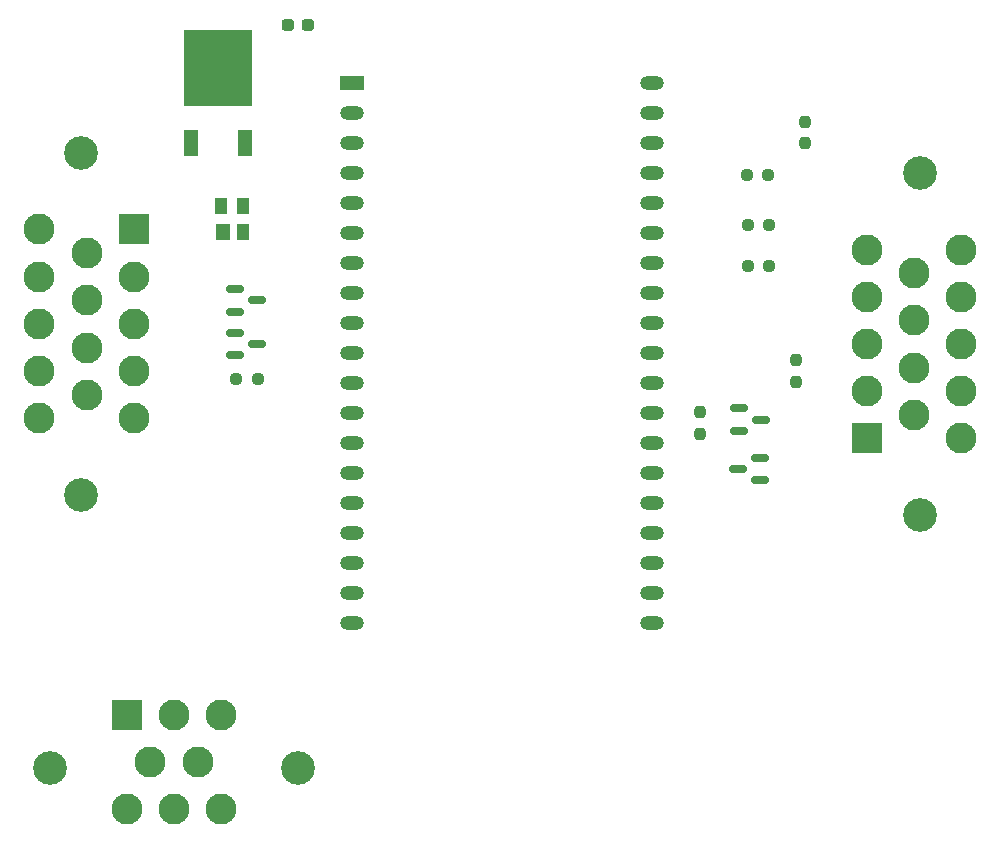
<source format=gbr>
%TF.GenerationSoftware,KiCad,Pcbnew,(6.0.1-0)*%
%TF.CreationDate,2023-02-28T13:35:45-05:00*%
%TF.ProjectId,Front Board,46726f6e-7420-4426-9f61-72642e6b6963,rev?*%
%TF.SameCoordinates,Original*%
%TF.FileFunction,Soldermask,Top*%
%TF.FilePolarity,Negative*%
%FSLAX46Y46*%
G04 Gerber Fmt 4.6, Leading zero omitted, Abs format (unit mm)*
G04 Created by KiCad (PCBNEW (6.0.1-0)) date 2023-02-28 13:35:45*
%MOMM*%
%LPD*%
G01*
G04 APERTURE LIST*
G04 Aperture macros list*
%AMRoundRect*
0 Rectangle with rounded corners*
0 $1 Rounding radius*
0 $2 $3 $4 $5 $6 $7 $8 $9 X,Y pos of 4 corners*
0 Add a 4 corners polygon primitive as box body*
4,1,4,$2,$3,$4,$5,$6,$7,$8,$9,$2,$3,0*
0 Add four circle primitives for the rounded corners*
1,1,$1+$1,$2,$3*
1,1,$1+$1,$4,$5*
1,1,$1+$1,$6,$7*
1,1,$1+$1,$8,$9*
0 Add four rect primitives between the rounded corners*
20,1,$1+$1,$2,$3,$4,$5,0*
20,1,$1+$1,$4,$5,$6,$7,0*
20,1,$1+$1,$6,$7,$8,$9,0*
20,1,$1+$1,$8,$9,$2,$3,0*%
G04 Aperture macros list end*
%ADD10R,1.200000X2.200000*%
%ADD11R,5.800000X6.400000*%
%ADD12R,2.000000X1.200000*%
%ADD13O,2.000000X1.200000*%
%ADD14RoundRect,0.150000X-0.587500X-0.150000X0.587500X-0.150000X0.587500X0.150000X-0.587500X0.150000X0*%
%ADD15RoundRect,0.237500X-0.250000X-0.237500X0.250000X-0.237500X0.250000X0.237500X-0.250000X0.237500X0*%
%ADD16RoundRect,0.237500X-0.237500X0.250000X-0.237500X-0.250000X0.237500X-0.250000X0.237500X0.250000X0*%
%ADD17RoundRect,0.237500X0.287500X0.237500X-0.287500X0.237500X-0.287500X-0.237500X0.287500X-0.237500X0*%
%ADD18RoundRect,0.237500X0.237500X-0.250000X0.237500X0.250000X-0.237500X0.250000X-0.237500X-0.250000X0*%
%ADD19C,2.850000*%
%ADD20R,2.625000X2.625000*%
%ADD21C,2.625000*%
%ADD22RoundRect,0.237500X0.250000X0.237500X-0.250000X0.237500X-0.250000X-0.237500X0.250000X-0.237500X0*%
%ADD23R,1.200000X1.400000*%
%ADD24R,1.000000X1.400000*%
%ADD25RoundRect,0.150000X0.587500X0.150000X-0.587500X0.150000X-0.587500X-0.150000X0.587500X-0.150000X0*%
G04 APERTURE END LIST*
D10*
%TO.C,U2*%
X128530000Y-73200000D03*
D11*
X126250000Y-66900000D03*
D10*
X123970000Y-73200000D03*
%TD*%
D12*
%TO.C,U3*%
X137600000Y-68130000D03*
D13*
X137600000Y-70670000D03*
X137600000Y-73210000D03*
X137600000Y-75750000D03*
X137600000Y-78290000D03*
X137600000Y-80830000D03*
X137600000Y-83370000D03*
X137600000Y-85910000D03*
X137600000Y-88450000D03*
X137600000Y-90990000D03*
X137600000Y-93530000D03*
X137600000Y-96070000D03*
X137600000Y-98610000D03*
X137600000Y-101150000D03*
X137600000Y-103690000D03*
X137600000Y-106230000D03*
X137600000Y-108770000D03*
X137600000Y-111310000D03*
X137600000Y-113850000D03*
X162996320Y-113847280D03*
X162996320Y-111307280D03*
X163000000Y-108770000D03*
X163000000Y-106230000D03*
X163000000Y-103690000D03*
X163000000Y-101150000D03*
X163000000Y-98610000D03*
X163000000Y-96070000D03*
X163000000Y-93530000D03*
X163000000Y-90990000D03*
X163000000Y-88450000D03*
X163000000Y-85910000D03*
X163000000Y-83370000D03*
X163000000Y-80830000D03*
X163000000Y-78290000D03*
X163000000Y-75750000D03*
X163000000Y-73210000D03*
X163000000Y-70670000D03*
X163000000Y-68130000D03*
%TD*%
D14*
%TO.C,Q1*%
X170362500Y-95680000D03*
X170362500Y-97580000D03*
X172237500Y-96630000D03*
%TD*%
D15*
%TO.C,R6*%
X171075000Y-83630000D03*
X172900000Y-83630000D03*
%TD*%
D16*
%TO.C,R8*%
X175900000Y-71417500D03*
X175900000Y-73242500D03*
%TD*%
D17*
%TO.C,D2*%
X133875000Y-63250000D03*
X132125000Y-63250000D03*
%TD*%
D14*
%TO.C,D4*%
X127662500Y-85580000D03*
X127662500Y-87480000D03*
X129537500Y-86530000D03*
%TD*%
D18*
%TO.C,R7*%
X175200000Y-93442500D03*
X175200000Y-91617500D03*
%TD*%
D19*
%TO.C,J3*%
X133000000Y-126130000D03*
X112000000Y-126130000D03*
D20*
X118500000Y-121630000D03*
D21*
X122500000Y-121630000D03*
X126500000Y-121630000D03*
X120500000Y-125630000D03*
X124500000Y-125630000D03*
X118500000Y-129630000D03*
X122500000Y-129630000D03*
X126500000Y-129630000D03*
%TD*%
D22*
%TO.C,R9*%
X129600000Y-93230000D03*
X127775000Y-93230000D03*
%TD*%
%TO.C,R5*%
X172912500Y-80130000D03*
X171087500Y-80130000D03*
%TD*%
D16*
%TO.C,R3*%
X167000000Y-96017500D03*
X167000000Y-97842500D03*
%TD*%
D23*
%TO.C,D3*%
X126630000Y-80730000D03*
D24*
X128350000Y-80730000D03*
X128350000Y-78530000D03*
X126450000Y-78530000D03*
%TD*%
D15*
%TO.C,R4*%
X170975000Y-75930000D03*
X172800000Y-75930000D03*
%TD*%
D19*
%TO.C,J1*%
X114600000Y-103030000D03*
X114600000Y-74030000D03*
D20*
X119100000Y-80530000D03*
D21*
X119100000Y-84530000D03*
X119100000Y-88530000D03*
X119100000Y-92530000D03*
X119100000Y-96530000D03*
X115100000Y-82530000D03*
X115100000Y-86530000D03*
X115100000Y-90530000D03*
X115100000Y-94530000D03*
X111100000Y-80530000D03*
X111100000Y-84530000D03*
X111100000Y-88530000D03*
X111100000Y-92530000D03*
X111100000Y-96530000D03*
%TD*%
D14*
%TO.C,D5*%
X127662500Y-89280000D03*
X127662500Y-91180000D03*
X129537500Y-90230000D03*
%TD*%
D19*
%TO.C,J2*%
X185637500Y-104730000D03*
X185637500Y-75730000D03*
D20*
X181137500Y-98230000D03*
D21*
X181137500Y-94230000D03*
X181137500Y-90230000D03*
X181137500Y-86230000D03*
X181137500Y-82230000D03*
X185137500Y-96230000D03*
X185137500Y-92230000D03*
X185137500Y-88230000D03*
X185137500Y-84230000D03*
X189137500Y-98230000D03*
X189137500Y-94230000D03*
X189137500Y-90230000D03*
X189137500Y-86230000D03*
X189137500Y-82230000D03*
%TD*%
D25*
%TO.C,D6*%
X172137500Y-101780000D03*
X172137500Y-99880000D03*
X170262500Y-100830000D03*
%TD*%
M02*

</source>
